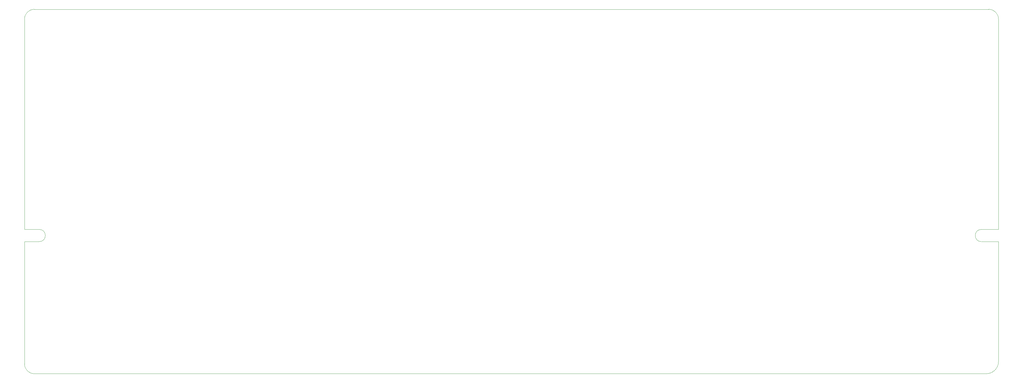
<source format=gm1>
G04 #@! TF.GenerationSoftware,KiCad,Pcbnew,(6.0.10)*
G04 #@! TF.CreationDate,2023-09-30T09:28:11-05:00*
G04 #@! TF.ProjectId,RunTypeV3,52756e54-7970-4655-9633-2e6b69636164,rev?*
G04 #@! TF.SameCoordinates,Original*
G04 #@! TF.FileFunction,Profile,NP*
%FSLAX46Y46*%
G04 Gerber Fmt 4.6, Leading zero omitted, Abs format (unit mm)*
G04 Created by KiCad (PCBNEW (6.0.10)) date 2023-09-30 09:28:11*
%MOMM*%
%LPD*%
G01*
G04 APERTURE LIST*
G04 #@! TA.AperFunction,Profile*
%ADD10C,0.100000*%
G04 #@! TD*
G04 APERTURE END LIST*
D10*
X18256250Y-89693760D02*
G75*
G03*
X18256250Y-85725000I0J1984380D01*
G01*
X16668750Y-14287500D02*
G75*
G03*
X13493750Y-17462500I0J-3175000D01*
G01*
X323850000Y-85725050D02*
G75*
G03*
X323850000Y-89693750I0J-1984350D01*
G01*
X13493750Y-85725000D02*
X13493750Y-17462500D01*
X16668750Y-14287500D02*
X326231250Y-14287500D01*
X13493750Y-89693750D02*
X18256250Y-89693750D01*
X329406250Y-85725000D02*
X329406250Y-17462500D01*
X13493750Y-129381250D02*
X13493750Y-89693750D01*
X323850000Y-85725000D02*
X329406250Y-85725000D01*
X325437500Y-132556250D02*
X16668750Y-132556250D01*
X329406200Y-17462500D02*
G75*
G03*
X326231250Y-14287500I-3175000J0D01*
G01*
X18256250Y-85725000D02*
X13493750Y-85725000D01*
X329406250Y-89693750D02*
X329406250Y-128587500D01*
X329406250Y-89693750D02*
X323850000Y-89693750D01*
X325437500Y-132556250D02*
G75*
G03*
X329406250Y-128587500I0J3968750D01*
G01*
X13493750Y-129381250D02*
G75*
G03*
X16668750Y-132556250I3175000J0D01*
G01*
M02*

</source>
